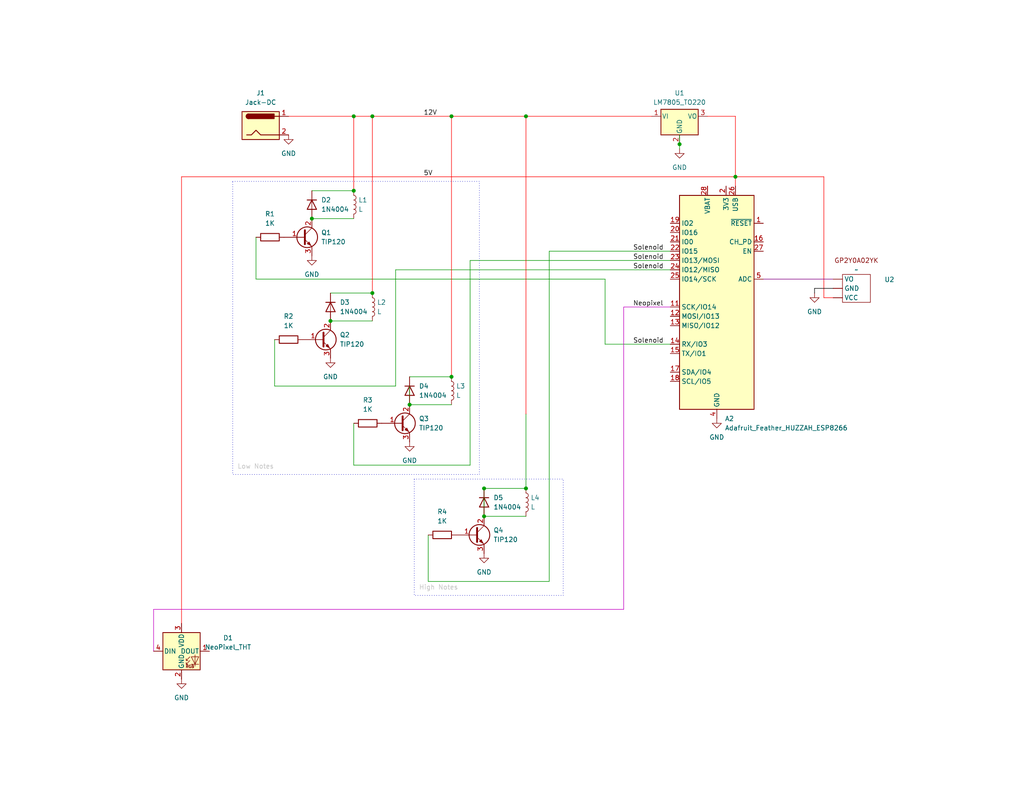
<source format=kicad_sch>
(kicad_sch (version 20230121) (generator eeschema)
  (paper "USLetter")
  (title_block (title "Possessed Piano Project") (date "2023-08-10") (rev "1") (company "Brian Enigma"))
  (lib_symbols
    (symbol "Connector:Jack-DC" (pin_names (offset 1.016))
      (property "Reference" "J" (at 0 5.334 0))
      (property "Value" "Jack-DC" (at 0 -5.08 0))
      (symbol "Jack-DC_0_1"
        (rectangle (start -5.08 3.81) (end 5.08 -3.81) (stroke (width 0.254)) (fill (type background)))
        (arc (start -3.302 3.175) (mid -3.9343 2.54) (end -3.302 1.905) (stroke (width 0.254)))
        (arc (start -3.302 3.175) (mid -3.9343 2.54) (end -3.302 1.905) (stroke (width 0.254)) (fill (type outline)))
        (polyline (pts (xy 5.08 2.54) (xy 3.81 2.54)) (stroke (width 0.254)))
        (polyline (pts (xy -3.81 -2.54) (xy -2.54 -2.54) (xy -1.27 -1.27) (xy 0 -2.54) (xy 2.54 -2.54) (xy 5.08 -2.54)) (stroke (width 0.254)))
        (rectangle (start 3.683 3.175) (end -3.302 1.905) (stroke (width 0.254)) (fill (type outline)))
      )
      (symbol "Jack-DC_1_1"
        (pin passive line (at 7.62 2.54 180) (length 2.54) (name "~") (number "1"))
        (pin passive line (at 7.62 -2.54 180) (length 2.54) (name "~") (number "2"))
      )
    )
    (symbol "Device:L" (pin_numbers hide) (pin_names (offset 1.016) hide)
      (property "Reference" "L" (at -1.27 0 90))
      (property "Value" "L" (at 1.905 0 90))
      (symbol "L_0_1"
        (arc (start 0 -2.54) (mid 0.6323 -1.905) (end 0 -1.27))
        (arc (start 0 -1.27) (mid 0.6323 -0.635) (end 0 0))
        (arc (start 0 0) (mid 0.6323 0.635) (end 0 1.27))
        (arc (start 0 1.27) (mid 0.6323 1.905) (end 0 2.54))
      )
      (symbol "L_1_1"
        (pin passive line (at 0 3.81 270) (length 1.27) (name "1") (number "1"))
        (pin passive line (at 0 -3.81 90) (length 1.27) (name "2") (number "2"))
      )
    )
    (symbol "Device:R" (pin_numbers hide) (pin_names (offset 0))
      (property "Reference" "R" (at 2.032 0 90))
      (property "Value" "R" (at 0 0 90))
      (symbol "R_0_1"
        (rectangle (start -1.016 -2.54) (end 1.016 2.54) (stroke (width 0.254)))
      )
      (symbol "R_1_1"
        (pin passive line (at 0 3.81 270) (length 1.27) (name "~") (number "1"))
        (pin passive line (at 0 -3.81 90) (length 1.27) (name "~") (number "2"))
      )
    )
    (symbol "Diode:1N4004" (pin_numbers hide) (pin_names hide)
      (property "Reference" "D" (at 0 2.54 0))
      (property "Value" "1N4004" (at 0 -2.54 0))
      (symbol "1N4004_0_1"
        (polyline (pts (xy -1.27 1.27) (xy -1.27 -1.27)) (stroke (width 0.254)))
        (polyline (pts (xy 1.27 0) (xy -1.27 0)))
        (polyline (pts (xy 1.27 1.27) (xy 1.27 -1.27) (xy -1.27 0) (xy 1.27 1.27)) (stroke (width 0.254)))
      )
      (symbol "1N4004_1_1"
        (pin passive line (at -3.81 0 0) (length 2.54) (name "K") (number "1"))
        (pin passive line (at 3.81 0 180) (length 2.54) (name "A") (number "2"))
      )
    )
    (symbol "LED:NeoPixel_THT" (pin_names (offset 0.254))
      (property "Reference" "D" (at 5.08 5.715 0))
      (property "Value" "NeoPixel_THT" (at 1.27 -5.715 0))
      (symbol "NeoPixel_THT_0_0"
        (text "RGB" (at 2.286 -4.191 0) (effects (font (size 0.762 0.762))))
      )
      (symbol "NeoPixel_THT_0_1"
        (polyline (pts (xy 1.27 -3.556) (xy 1.778 -3.556)))
        (polyline (pts (xy 1.27 -2.54) (xy 1.778 -2.54)))
        (polyline (pts (xy 4.699 -3.556) (xy 2.667 -3.556)))
        (polyline (pts (xy 2.286 -2.54) (xy 1.27 -3.556) (xy 1.27 -3.048)))
        (polyline (pts (xy 2.286 -1.524) (xy 1.27 -2.54) (xy 1.27 -2.032)))
        (polyline (pts (xy 3.683 -1.016) (xy 3.683 -3.556) (xy 3.683 -4.064)))
        (polyline (pts (xy 4.699 -1.524) (xy 2.667 -1.524) (xy 3.683 -3.556) (xy 4.699 -1.524)))
        (rectangle (start 5.08 5.08) (end -5.08 -5.08) (stroke (width 0.254)) (fill (type background)))
      )
      (symbol "NeoPixel_THT_1_1"
        (pin output line (at 7.62 0 180) (length 2.54) (name "DOUT") (number "1"))
        (pin power_in line (at 0 -7.62 90) (length 2.54) (name "GND") (number "2"))
        (pin power_in line (at 0 7.62 270) (length 2.54) (name "VDD") (number "3"))
        (pin input line (at -7.62 0 0) (length 2.54) (name "DIN") (number "4"))
      )
    )
    (symbol "MCU_Module:Adafruit_Feather_HUZZAH_ESP8266"
      (property "Reference" "A" (at -10.16 29.21 0))
      (property "Value" "Adafruit_Feather_HUZZAH_ESP8266" (at 2.54 -31.75 0))
      (symbol "Adafruit_Feather_HUZZAH_ESP8266_0_1"
        (rectangle (start -10.16 27.94) (end 10.16 -30.48) (stroke (width 0.254)) (fill (type background)))
      )
      (symbol "Adafruit_Feather_HUZZAH_ESP8266_1_1"
        (pin input line (at 12.7 20.32 180) (length 2.54) (name "~{RESET}") (number "1"))
        (pin no_connect line (at 10.16 -7.62 180) (length 2.54) hide (name "NC") (number "10"))
        (pin bidirectional line (at -12.7 -2.54 0) (length 2.54) (name "SCK/IO14") (number "11"))
        (pin bidirectional line (at -12.7 -5.08 0) (length 2.54) (name "MOSI/IO13") (number "12"))
        (pin bidirectional line (at -12.7 -7.62 0) (length 2.54) (name "MISO/IO12") (number "13"))
        (pin bidirectional line (at -12.7 -12.7 0) (length 2.54) (name "RX/IO3") (number "14"))
        (pin bidirectional line (at -12.7 -15.24 0) (length 2.54) (name "TX/IO1") (number "15"))
        (pin bidirectional line (at 12.7 15.24 180) (length 2.54) (name "CH_PD") (number "16"))
        (pin bidirectional line (at -12.7 -20.32 0) (length 2.54) (name "SDA/IO4") (number "17"))
        (pin bidirectional line (at -12.7 -22.86 0) (length 2.54) (name "SCL/IO5") (number "18"))
        (pin bidirectional line (at -12.7 20.32 0) (length 2.54) (name "IO2") (number "19"))
        (pin power_in line (at 2.54 30.48 270) (length 2.54) (name "3V3") (number "2"))
        (pin bidirectional line (at -12.7 17.78 0) (length 2.54) (name "IO16") (number "20"))
        (pin bidirectional line (at -12.7 15.24 0) (length 2.54) (name "IO0") (number "21"))
        (pin bidirectional line (at -12.7 12.7 0) (length 2.54) (name "IO15") (number "22"))
        (pin bidirectional line (at -12.7 10.16 0) (length 2.54) (name "IO13/MOSI") (number "23"))
        (pin bidirectional line (at -12.7 7.62 0) (length 2.54) (name "IO12/MISO") (number "24"))
        (pin bidirectional line (at -12.7 5.08 0) (length 2.54) (name "IO14/SCK") (number "25"))
        (pin power_in line (at 5.08 30.48 270) (length 2.54) (name "USB") (number "26"))
        (pin input line (at 12.7 12.7 180) (length 2.54) (name "EN") (number "27"))
        (pin power_in line (at -2.54 30.48 270) (length 2.54) (name "VBAT") (number "28"))
        (pin no_connect line (at 10.16 10.16 180) (length 2.54) hide (name "NC") (number "3"))
        (pin power_in line (at 0 -33.02 90) (length 2.54) (name "GND") (number "4"))
        (pin bidirectional line (at 12.7 5.08 180) (length 2.54) (name "ADC") (number "5"))
        (pin no_connect line (at 10.16 2.54 180) (length 2.54) hide (name "NC") (number "6"))
        (pin no_connect line (at 10.16 0 180) (length 2.54) hide (name "NC") (number "7"))
        (pin no_connect line (at 10.16 -2.54 180) (length 2.54) hide (name "NC") (number "8"))
        (pin no_connect line (at 10.16 -5.08 180) (length 2.54) hide (name "NC") (number "9"))
      )
    )
    (symbol "Regulator_Linear:LM7805_TO220" (pin_names (offset 0.254))
      (property "Reference" "U" (at -3.81 3.175 0))
      (property "Value" "LM7805_TO220" (at 0 3.175 0))
      (symbol "LM7805_TO220_0_1"
        (rectangle (start -5.08 1.905) (end 5.08 -5.08) (stroke (width 0.254)) (fill (type background)))
      )
      (symbol "LM7805_TO220_1_1"
        (pin power_in line (at -7.62 0 0) (length 2.54) (name "VI") (number "1"))
        (pin power_in line (at 0 -7.62 90) (length 2.54) (name "GND") (number "2"))
        (pin power_out line (at 7.62 0 180) (length 2.54) (name "VO") (number "3"))
      )
    )
    (symbol "Sensor_Distance:GP2Y0A02YK"
      (property "Reference" "U" (at 0 0 0))
      (symbol "GP2Y0A02YK_0_1"
        (rectangle (start -3.81 -1.27) (end 3.81 -8.89))
      )
      (symbol "GP2Y0A02YK_1_1"
        (text "GP2Y0A02YK" (at 0 2.54 0) (effects (font (size 1.27 1.27))))
        (pin output line (at -6.35 -5.08 0) (length 2.54) (name "GND") (number ""))
        (pin input line (at -6.35 -7.62 0) (length 2.54) (name "VCC") (number ""))
        (pin output line (at -6.35 -2.54 0) (length 2.54) (name "VO") (number ""))
      )
    )
    (symbol "Transistor_BJT:TIP41" (pin_names (offset 0) hide)
      (property "Reference" "Q" (at 6.35 1.905 0))
      (property "Value" "TIP41" (at 6.35 0 0))
      (symbol "TIP41_0_1"
        (polyline (pts (xy 0.635 0.635) (xy 2.54 2.54)))
        (polyline (pts (xy 0.635 -0.635) (xy 2.54 -2.54) (xy 2.54 -2.54)))
        (polyline (pts (xy 0.635 1.905) (xy 0.635 -1.905) (xy 0.635 -1.905)) (stroke (width 0.508)))
        (polyline (pts (xy 1.27 -1.778) (xy 1.778 -1.27) (xy 2.286 -2.286) (xy 1.27 -1.778) (xy 1.27 -1.778)) (fill (type outline)))
        (circle (center 1.27 0) (radius 2.8194) (stroke (width 0.254)))
      )
      (symbol "TIP41_1_1"
        (pin input line (at -5.08 0 0) (length 5.715) (name "B") (number "1"))
        (pin passive line (at 2.54 5.08 270) (length 2.54) (name "C") (number "2"))
        (pin passive line (at 2.54 -5.08 90) (length 2.54) (name "E") (number "3"))
      )
    )
    (symbol "power:GND" (power) (pin_names (offset 0))
      (property "Value" "GND" (at 0 -3.81 0))
      (symbol "GND_0_1"
        (polyline (pts (xy 0 0) (xy 0 -1.27) (xy 1.27 -1.27) (xy 0 -2.54) (xy -1.27 -1.27) (xy 0 -1.27)))
      )
      (symbol "GND_1_1"
        (pin power_in line (at 0 0 270) (length 0) hide (name "GND") (number "1"))
      )
    )
  )
  (junction (at 96.52 52.07))
  (junction (at 123.19 102.87))
  (junction (at 101.6 31.75))
  (junction (at 111.76 110.49))
  (junction (at 143.51 31.75))
  (junction (at 101.6 80.01))
  (junction (at 143.51 133.35))
  (junction (at 200.66 48.26))
  (junction (at 85.09 59.69))
  (junction (at 96.52 31.75))
  (junction (at 123.19 31.75))
  (junction (at 185.42 39.37))
  (junction (at 132.08 140.97))
  (junction (at 90.17 87.63))
  (junction (at 132.08 133.35))
  (wire (pts (xy 123.19 31.75) (xy 123.19 102.87)) (stroke (width 0) (color 255 0 0 1)))
  (wire (pts (xy 128.27 71.12) (xy 128.27 127)))
  (wire (pts (xy 200.66 31.75) (xy 193.04 31.75)) (stroke (width 0) (color 255 0 0 1)))
  (wire (pts (xy 96.52 31.75) (xy 101.6 31.75)) (stroke (width 0) (color 255 0 0 1)))
  (wire (pts (xy 200.66 48.26) (xy 224.79 48.26)) (stroke (width 0) (color 255 0 0 1)))
  (wire (pts (xy 101.6 31.75) (xy 123.19 31.75)) (stroke (width 0) (color 255 0 0 1)))
  (wire (pts (xy 143.51 31.75) (xy 177.8 31.75)) (stroke (width 0) (color 255 0 0 1)))
  (wire (pts (xy 49.53 48.26) (xy 49.53 170.18)) (stroke (width 0) (color 255 0 0 1)))
  (wire (pts (xy 78.74 31.75) (xy 96.52 31.75)) (stroke (width 0) (color 255 0 0 1)))
  (wire (pts (xy 90.17 80.01) (xy 101.6 80.01)))
  (wire (pts (xy 49.53 48.26) (xy 200.66 48.26)) (stroke (width 0) (color 255 0 0 1)))
  (wire (pts (xy 165.1 76.2) (xy 165.1 93.98)))
  (wire (pts (xy 69.85 64.77) (xy 69.85 76.2)))
  (wire (pts (xy 170.18 83.82) (xy 182.88 83.82)) (stroke (width 0) (color 194 0 194 1)))
  (wire (pts (xy 149.86 68.58) (xy 149.86 158.75)))
  (wire (pts (xy 224.79 48.26) (xy 224.79 81.28)) (stroke (width 0) (color 255 0 0 1)))
  (wire (pts (xy 132.08 140.97) (xy 132.08 133.35)))
  (wire (pts (xy 123.19 31.75) (xy 143.51 31.75)) (stroke (width 0) (color 255 0 0 1)))
  (wire (pts (xy 107.95 73.66) (xy 182.88 73.66)))
  (wire (pts (xy 185.42 36.83) (xy 185.42 39.37)))
  (wire (pts (xy 116.84 158.75) (xy 149.86 158.75)))
  (wire (pts (xy 96.52 127) (xy 128.27 127)))
  (wire (pts (xy 200.66 48.26) (xy 200.66 50.8)) (stroke (width 0) (color 255 0 0 1)))
  (wire (pts (xy 208.28 76.2) (xy 227.33 76.2)) (stroke (width 0) (color 132 0 132 1)))
  (wire (pts (xy 41.91 166.37) (xy 41.91 177.8)) (stroke (width 0) (color 194 0 194 1)))
  (wire (pts (xy 185.42 39.37) (xy 185.42 40.64)))
  (wire (pts (xy 128.27 71.12) (xy 182.88 71.12)))
  (wire (pts (xy 74.93 105.41) (xy 107.95 105.41)))
  (wire (pts (xy 200.66 31.75) (xy 200.66 48.26)) (stroke (width 0) (color 255 0 0 1)))
  (wire (pts (xy 111.76 102.87) (xy 123.19 102.87)))
  (wire (pts (xy 116.84 146.05) (xy 116.84 158.75)))
  (wire (pts (xy 143.51 133.35) (xy 143.51 113.03)))
  (wire (pts (xy 222.25 78.74) (xy 222.25 80.01)) (stroke (width 0) (color 0 0 0 1)))
  (wire (pts (xy 41.91 166.37) (xy 170.18 166.37)) (stroke (width 0) (color 194 0 194 1)))
  (wire (pts (xy 165.1 93.98) (xy 182.88 93.98)))
  (wire (pts (xy 107.95 73.66) (xy 107.95 105.41)))
  (wire (pts (xy 74.93 92.71) (xy 74.93 105.41)))
  (wire (pts (xy 132.08 133.35) (xy 143.51 133.35)))
  (wire (pts (xy 90.17 87.63) (xy 101.6 87.63)))
  (wire (pts (xy 111.76 110.49) (xy 111.76 105.41)))
  (wire (pts (xy 149.86 68.58) (xy 182.88 68.58)))
  (wire (pts (xy 101.6 31.75) (xy 101.6 80.01)) (stroke (width 0) (color 255 0 0 1)))
  (wire (pts (xy 132.08 140.97) (xy 143.51 140.97)))
  (wire (pts (xy 193.04 50.8) (xy 193.04 52.07)) (stroke (width 0) (color 255 0 0 1)))
  (wire (pts (xy 69.85 76.2) (xy 165.1 76.2)))
  (wire (pts (xy 96.52 115.57) (xy 96.52 127)))
  (wire (pts (xy 85.09 59.69) (xy 96.52 59.69)))
  (wire (pts (xy 85.09 52.07) (xy 96.52 52.07)))
  (wire (pts (xy 227.33 81.28) (xy 224.79 81.28)) (stroke (width 0) (color 255 0 0 1)))
  (wire (pts (xy 222.25 78.74) (xy 227.33 78.74)) (stroke (width 0) (color 0 0 0 1)))
  (wire (pts (xy 170.18 166.37) (xy 170.18 83.82)) (stroke (width 0) (color 194 0 194 1)))
  (wire (pts (xy 111.76 110.49) (xy 123.19 110.49)))
  (wire (pts (xy 96.52 52.07) (xy 96.52 31.75)) (stroke (width 0) (color 255 0 0 1)))
  (wire (pts (xy 143.51 31.75) (xy 143.51 113.03)) (stroke (width 0) (color 255 0 0 1)))
  (rectangle (start 63.5 49.53) (end 130.81 129.54) (stroke (width 0) (type dot)))
  (rectangle (start 113.03 130.81) (end 153.67 162.56) (stroke (width 0) (type dot)))
  (text "Low Notes" (at 64.77 128.27 0) (effects (font (size 1.27 1.27)) (justify left bottom)))
  (text "High Notes" (at 114.3 161.29 0) (effects (font (size 1.27 1.27)) (justify left bottom)))
  (label "Solenoid" (at 172.72 71.12 0))
  (label "Solenoid" (at 172.72 93.98 0))
  (label "Solenoid" (at 172.72 73.66 0))
  (label "Solenoid" (at 172.72 68.58 0))
  (label "5V" (at 115.57 48.26 0))
  (label "12V" (at 115.57 31.75 0))
  (label "Neopixel" (at 172.72 83.82 0))
  (symbol (lib_id "power:GND") (at 85.09 69.85 0) (unit 1)
    (property "Reference" "#PWR05" (effects hide))
    (property "Value" "GND" (at 85.09 74.93 0))
  )
  (symbol (lib_id "Diode:1N4004") (at 85.09 55.88 270) (unit 1)
    (property "Reference" "D2" (at 87.63 54.61 90) (effects (justify left)))
    (property "Value" "1N4004" (at 87.63 57.15 90) (effects (justify left)))
    (property "Footprint" "Diode_THT:D_DO-41_SOD81_P10.16mm_Horizontal" (effects hide))
    (property "Datasheet" "http://www.vishay.com/docs/88503/1n4001.pdf" (effects hide))
    (property "Sim.Device" "D" (effects hide))
    (property "Sim.Pins" "1=K 2=A" (effects hide))
  )
  (symbol (lib_id "Device:R") (at 73.66 64.77 270) (unit 1)
    (property "Reference" "R1" (at 73.66 58.42 90))
    (property "Value" "1K" (at 73.66 60.96 90))
  )
  (symbol (lib_id "Sensor_Distance:GP2Y0A02YK") (at 233.68 73.66 0) (unit 1)
    (property "Reference" "U2" (at 241.3 76.3242 0) (effects (justify left)))
    (property "Value" "~" (at 233.68 73.66 0))
  )
  (symbol (lib_id "power:GND") (at 185.42 40.64 0) (unit 1)
    (property "Reference" "#PWR03" (effects hide))
    (property "Value" "GND" (at 185.42 45.72 0))
  )
  (symbol (lib_id "Diode:1N4004") (at 111.76 106.68 270) (unit 1)
    (property "Reference" "D4" (at 114.3 105.41 90) (effects (justify left)))
    (property "Value" "1N4004" (at 114.3 107.95 90) (effects (justify left)))
    (property "Footprint" "Diode_THT:D_DO-41_SOD81_P10.16mm_Horizontal" (effects hide))
    (property "Datasheet" "http://www.vishay.com/docs/88503/1n4001.pdf" (effects hide))
    (property "Sim.Device" "D" (effects hide))
    (property "Sim.Pins" "1=K 2=A" (effects hide))
  )
  (symbol (lib_id "Device:L") (at 123.19 106.68 0) (unit 1)
    (property "Reference" "L3" (at 124.46 105.41 0) (effects (justify left)))
    (property "Value" "L" (at 124.46 107.95 0) (effects (justify left)))
  )
  (symbol (lib_id "power:GND") (at 195.58 114.3 0) (unit 1)
    (property "Reference" "#PWR02" (effects hide))
    (property "Value" "GND" (at 195.58 119.38 0))
  )
  (symbol (lib_id "Transistor_BJT:TIP41") (at 109.22 115.57 0) (unit 1)
    (property "Reference" "Q3" (at 114.3 114.3 0) (effects (justify left)))
    (property "Value" "TIP120" (at 114.3 116.84 0) (effects (justify left)))
    (property "Footprint" "Package_TO_SOT_THT:TO-220-3_Vertical" (effects hide))
    (property "Datasheet" "https://www.centralsemi.com/get_document.php?cmp=1&mergetype=pd&mergepath=pd&pdf_id=tip41.PDF" (effects hide))
  )
  (symbol (lib_id "Device:R") (at 100.33 115.57 270) (unit 1)
    (property "Reference" "R3" (at 100.33 109.22 90))
    (property "Value" "1K" (at 100.33 111.76 90))
  )
  (symbol (lib_id "Device:L") (at 143.51 137.16 0) (unit 1)
    (property "Reference" "L4" (at 144.78 135.89 0) (effects (justify left)))
    (property "Value" "L" (at 144.78 138.43 0) (effects (justify left)))
  )
  (symbol (lib_id "LED:NeoPixel_THT") (at 49.53 177.8 0) (unit 1)
    (property "Reference" "D1" (at 62.23 174.1521 0))
    (property "Value" "NeoPixel_THT" (at 62.23 176.6921 0))
    (property "Datasheet" "https://www.adafruit.com/product/1938" (effects hide))
  )
  (symbol (lib_id "power:GND") (at 132.08 151.13 0) (unit 1)
    (property "Reference" "#PWR08" (effects hide))
    (property "Value" "GND" (at 132.08 156.21 0))
  )
  (symbol (lib_id "power:GND") (at 78.74 36.83 0) (unit 1)
    (property "Reference" "#PWR01" (effects hide))
    (property "Value" "GND" (at 78.74 41.91 0))
  )
  (symbol (lib_id "MCU_Module:Adafruit_Feather_HUZZAH_ESP8266") (at 195.58 81.28 0) (unit 1)
    (property "Reference" "A2" (at 197.7741 114.3 0) (effects (justify left)))
    (property "Value" "Adafruit_Feather_HUZZAH_ESP8266" (at 197.7741 116.84 0) (effects (justify left)))
    (property "Footprint" "Module:Adafruit_Feather" (effects hide))
    (property "Datasheet" "https://cdn-learn.adafruit.com/downloads/pdf/adafruit-feather-huzzah-esp8266.pdf" (effects hide))
  )
  (symbol (lib_id "Diode:1N4004") (at 90.17 83.82 270) (unit 1)
    (property "Reference" "D3" (at 92.71 82.55 90) (effects (justify left)))
    (property "Value" "1N4004" (at 92.71 85.09 90) (effects (justify left)))
    (property "Footprint" "Diode_THT:D_DO-41_SOD81_P10.16mm_Horizontal" (effects hide))
    (property "Datasheet" "http://www.vishay.com/docs/88503/1n4001.pdf" (effects hide))
    (property "Sim.Device" "D" (effects hide))
    (property "Sim.Pins" "1=K 2=A" (effects hide))
  )
  (symbol (lib_id "Regulator_Linear:LM7805_TO220") (at 185.42 31.75 0) (unit 1)
    (property "Reference" "U1" (at 185.42 25.4 0))
    (property "Value" "LM7805_TO220" (at 185.42 27.94 0))
    (property "Footprint" "Package_TO_SOT_THT:TO-220-3_Vertical" (effects hide))
    (property "Datasheet" "https://www.onsemi.cn/PowerSolutions/document/MC7800-D.PDF" (effects hide))
  )
  (symbol (lib_id "power:GND") (at 111.76 120.65 0) (unit 1)
    (property "Reference" "#PWR07" (effects hide))
    (property "Value" "GND" (at 111.76 125.73 0))
  )
  (symbol (lib_id "Device:R") (at 120.65 146.05 270) (unit 1)
    (property "Reference" "R4" (at 120.65 139.7 90))
    (property "Value" "1K" (at 120.65 142.24 90))
  )
  (symbol (lib_id "Transistor_BJT:TIP41") (at 82.55 64.77 0) (unit 1)
    (property "Reference" "Q1" (at 87.63 63.5 0) (effects (justify left)))
    (property "Value" "TIP120" (at 87.63 66.04 0) (effects (justify left)))
    (property "Footprint" "Package_TO_SOT_THT:TO-220-3_Vertical" (effects hide))
    (property "Datasheet" "https://www.centralsemi.com/get_document.php?cmp=1&mergetype=pd&mergepath=pd&pdf_id=tip41.PDF" (effects hide))
  )
  (symbol (lib_id "Device:R") (at 78.74 92.71 270) (unit 1)
    (property "Reference" "R2" (at 78.74 86.36 90))
    (property "Value" "1K" (at 78.74 88.9 90))
  )
  (symbol (lib_id "Device:L") (at 96.52 55.88 0) (unit 1)
    (property "Reference" "L1" (at 97.79 54.61 0) (effects (justify left)))
    (property "Value" "L" (at 97.79 57.15 0) (effects (justify left)))
  )
  (symbol (lib_id "Transistor_BJT:TIP41") (at 87.63 92.71 0) (unit 1)
    (property "Reference" "Q2" (at 92.71 91.44 0) (effects (justify left)))
    (property "Value" "TIP120" (at 92.71 93.98 0) (effects (justify left)))
    (property "Footprint" "Package_TO_SOT_THT:TO-220-3_Vertical" (effects hide))
    (property "Datasheet" "https://www.centralsemi.com/get_document.php?cmp=1&mergetype=pd&mergepath=pd&pdf_id=tip41.PDF" (effects hide))
  )
  (symbol (lib_id "Transistor_BJT:TIP41") (at 129.54 146.05 0) (unit 1)
    (property "Reference" "Q4" (at 134.62 144.78 0) (effects (justify left)))
    (property "Value" "TIP120" (at 134.62 147.32 0) (effects (justify left)))
    (property "Footprint" "Package_TO_SOT_THT:TO-220-3_Vertical" (effects hide))
    (property "Datasheet" "https://www.centralsemi.com/get_document.php?cmp=1&mergetype=pd&mergepath=pd&pdf_id=tip41.PDF" (effects hide))
  )
  (symbol (lib_id "power:GND") (at 222.25 80.01 0) (unit 1)
    (property "Reference" "#PWR09" (effects hide))
    (property "Value" "GND" (at 222.25 85.09 0))
  )
  (symbol (lib_id "power:GND") (at 90.17 97.79 0) (unit 1)
    (property "Reference" "#PWR06" (effects hide))
    (property "Value" "GND" (at 90.17 102.87 0))
  )
  (symbol (lib_id "Connector:Jack-DC") (at 71.12 34.29 0) (unit 1)
    (property "Reference" "J1" (at 71.12 25.4 0))
    (property "Value" "Jack-DC" (at 71.12 27.94 0))
  )
  (symbol (lib_id "Diode:1N4004") (at 132.08 137.16 270) (unit 1)
    (property "Reference" "D5" (at 134.62 135.89 90) (effects (justify left)))
    (property "Value" "1N4004" (at 134.62 138.43 90) (effects (justify left)))
    (property "Footprint" "Diode_THT:D_DO-41_SOD81_P10.16mm_Horizontal" (effects hide))
    (property "Datasheet" "http://www.vishay.com/docs/88503/1n4001.pdf" (effects hide))
    (property "Sim.Device" "D" (effects hide))
    (property "Sim.Pins" "1=K 2=A" (effects hide))
  )
  (symbol (lib_id "Device:L") (at 101.6 83.82 0) (unit 1)
    (property "Reference" "L2" (at 102.87 82.55 0) (effects (justify left)))
    (property "Value" "L" (at 102.87 85.09 0) (effects (justify left)))
  )
  (symbol (lib_id "power:GND") (at 49.53 185.42 0) (unit 1)
    (property "Reference" "#PWR04" (effects hide))
    (property "Value" "GND" (at 49.53 190.5 0))
  )
)
</source>
